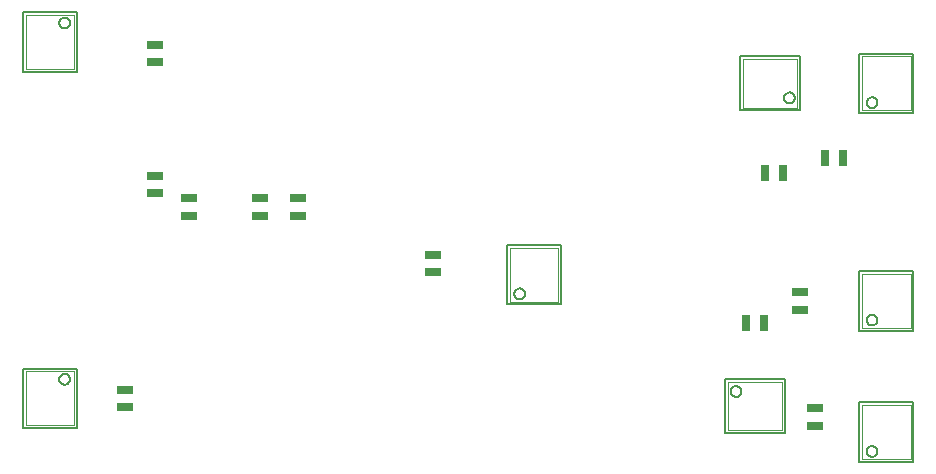
<source format=gbo>
G75*
%MOIN*%
%OFA0B0*%
%FSLAX24Y24*%
%IPPOS*%
%LPD*%
%AMOC8*
5,1,8,0,0,1.08239X$1,22.5*
%
%ADD10R,0.0551X0.0256*%
%ADD11R,0.0256X0.0551*%
%ADD12C,0.0060*%
%ADD13C,0.0020*%
D10*
X010082Y006267D03*
X010082Y006847D03*
X012207Y012642D03*
X012207Y013222D03*
X011082Y013392D03*
X011082Y013972D03*
X014584Y013218D03*
X014584Y012638D03*
X015834Y012638D03*
X015834Y013218D03*
X020334Y011343D03*
X020334Y010763D03*
X011082Y017767D03*
X011082Y018347D03*
X032584Y010093D03*
X032584Y009513D03*
X033084Y006218D03*
X033084Y005638D03*
D11*
X031371Y009054D03*
X030791Y009054D03*
X031420Y014056D03*
X032000Y014056D03*
X033420Y014556D03*
X034000Y014556D03*
D12*
X006684Y007545D02*
X006684Y005565D01*
X008482Y005565D01*
X008482Y007545D01*
X006684Y007545D01*
X007883Y007195D02*
X007885Y007221D01*
X007891Y007247D01*
X007900Y007271D01*
X007913Y007294D01*
X007929Y007315D01*
X007948Y007333D01*
X007969Y007349D01*
X007993Y007361D01*
X008017Y007369D01*
X008043Y007374D01*
X008070Y007375D01*
X008096Y007372D01*
X008121Y007365D01*
X008145Y007355D01*
X008168Y007341D01*
X008188Y007325D01*
X008205Y007305D01*
X008220Y007283D01*
X008231Y007259D01*
X008239Y007234D01*
X008243Y007208D01*
X008243Y007182D01*
X008239Y007156D01*
X008231Y007131D01*
X008220Y007107D01*
X008205Y007085D01*
X008188Y007065D01*
X008168Y007049D01*
X008145Y007035D01*
X008121Y007025D01*
X008096Y007018D01*
X008070Y007015D01*
X008043Y007016D01*
X008017Y007021D01*
X007993Y007029D01*
X007969Y007041D01*
X007948Y007057D01*
X007929Y007075D01*
X007913Y007096D01*
X007900Y007119D01*
X007891Y007143D01*
X007885Y007169D01*
X007883Y007195D01*
X022809Y009690D02*
X024607Y009690D01*
X024607Y011670D01*
X022809Y011670D01*
X022809Y009690D01*
X023048Y010040D02*
X023050Y010066D01*
X023056Y010092D01*
X023065Y010116D01*
X023078Y010139D01*
X023094Y010160D01*
X023113Y010178D01*
X023134Y010194D01*
X023158Y010206D01*
X023182Y010214D01*
X023208Y010219D01*
X023235Y010220D01*
X023261Y010217D01*
X023286Y010210D01*
X023310Y010200D01*
X023333Y010186D01*
X023353Y010170D01*
X023370Y010150D01*
X023385Y010128D01*
X023396Y010104D01*
X023404Y010079D01*
X023408Y010053D01*
X023408Y010027D01*
X023404Y010001D01*
X023396Y009976D01*
X023385Y009952D01*
X023370Y009930D01*
X023353Y009910D01*
X023333Y009894D01*
X023310Y009880D01*
X023286Y009870D01*
X023261Y009863D01*
X023235Y009860D01*
X023208Y009861D01*
X023182Y009866D01*
X023158Y009874D01*
X023134Y009886D01*
X023113Y009902D01*
X023094Y009920D01*
X023078Y009941D01*
X023065Y009964D01*
X023056Y009988D01*
X023050Y010014D01*
X023048Y010040D01*
X030093Y007204D02*
X030093Y005406D01*
X032073Y005406D01*
X032073Y007204D01*
X030093Y007204D01*
X030263Y006785D02*
X030265Y006811D01*
X030271Y006837D01*
X030280Y006861D01*
X030293Y006884D01*
X030309Y006905D01*
X030328Y006923D01*
X030349Y006939D01*
X030373Y006951D01*
X030397Y006959D01*
X030423Y006964D01*
X030450Y006965D01*
X030476Y006962D01*
X030501Y006955D01*
X030525Y006945D01*
X030548Y006931D01*
X030568Y006915D01*
X030585Y006895D01*
X030600Y006873D01*
X030611Y006849D01*
X030619Y006824D01*
X030623Y006798D01*
X030623Y006772D01*
X030619Y006746D01*
X030611Y006721D01*
X030600Y006697D01*
X030585Y006675D01*
X030568Y006655D01*
X030548Y006639D01*
X030525Y006625D01*
X030501Y006615D01*
X030476Y006608D01*
X030450Y006605D01*
X030423Y006606D01*
X030397Y006611D01*
X030373Y006619D01*
X030349Y006631D01*
X030328Y006647D01*
X030309Y006665D01*
X030293Y006686D01*
X030280Y006709D01*
X030271Y006733D01*
X030265Y006759D01*
X030263Y006785D01*
X034559Y006420D02*
X034559Y004440D01*
X036357Y004440D01*
X036357Y006420D01*
X034559Y006420D01*
X034798Y004790D02*
X034800Y004816D01*
X034806Y004842D01*
X034815Y004866D01*
X034828Y004889D01*
X034844Y004910D01*
X034863Y004928D01*
X034884Y004944D01*
X034908Y004956D01*
X034932Y004964D01*
X034958Y004969D01*
X034985Y004970D01*
X035011Y004967D01*
X035036Y004960D01*
X035060Y004950D01*
X035083Y004936D01*
X035103Y004920D01*
X035120Y004900D01*
X035135Y004878D01*
X035146Y004854D01*
X035154Y004829D01*
X035158Y004803D01*
X035158Y004777D01*
X035154Y004751D01*
X035146Y004726D01*
X035135Y004702D01*
X035120Y004680D01*
X035103Y004660D01*
X035083Y004644D01*
X035060Y004630D01*
X035036Y004620D01*
X035011Y004613D01*
X034985Y004610D01*
X034958Y004611D01*
X034932Y004616D01*
X034908Y004624D01*
X034884Y004636D01*
X034863Y004652D01*
X034844Y004670D01*
X034828Y004691D01*
X034815Y004714D01*
X034806Y004738D01*
X034800Y004764D01*
X034798Y004790D01*
X034559Y008815D02*
X036357Y008815D01*
X036357Y010795D01*
X034559Y010795D01*
X034559Y008815D01*
X034798Y009165D02*
X034800Y009191D01*
X034806Y009217D01*
X034815Y009241D01*
X034828Y009264D01*
X034844Y009285D01*
X034863Y009303D01*
X034884Y009319D01*
X034908Y009331D01*
X034932Y009339D01*
X034958Y009344D01*
X034985Y009345D01*
X035011Y009342D01*
X035036Y009335D01*
X035060Y009325D01*
X035083Y009311D01*
X035103Y009295D01*
X035120Y009275D01*
X035135Y009253D01*
X035146Y009229D01*
X035154Y009204D01*
X035158Y009178D01*
X035158Y009152D01*
X035154Y009126D01*
X035146Y009101D01*
X035135Y009077D01*
X035120Y009055D01*
X035103Y009035D01*
X035083Y009019D01*
X035060Y009005D01*
X035036Y008995D01*
X035011Y008988D01*
X034985Y008985D01*
X034958Y008986D01*
X034932Y008991D01*
X034908Y008999D01*
X034884Y009011D01*
X034863Y009027D01*
X034844Y009045D01*
X034828Y009066D01*
X034815Y009089D01*
X034806Y009113D01*
X034800Y009139D01*
X034798Y009165D01*
X034559Y016065D02*
X036357Y016065D01*
X036357Y018045D01*
X034559Y018045D01*
X034559Y016065D01*
X034798Y016415D02*
X034800Y016441D01*
X034806Y016467D01*
X034815Y016491D01*
X034828Y016514D01*
X034844Y016535D01*
X034863Y016553D01*
X034884Y016569D01*
X034908Y016581D01*
X034932Y016589D01*
X034958Y016594D01*
X034985Y016595D01*
X035011Y016592D01*
X035036Y016585D01*
X035060Y016575D01*
X035083Y016561D01*
X035103Y016545D01*
X035120Y016525D01*
X035135Y016503D01*
X035146Y016479D01*
X035154Y016454D01*
X035158Y016428D01*
X035158Y016402D01*
X035154Y016376D01*
X035146Y016351D01*
X035135Y016327D01*
X035120Y016305D01*
X035103Y016285D01*
X035083Y016269D01*
X035060Y016255D01*
X035036Y016245D01*
X035011Y016238D01*
X034985Y016235D01*
X034958Y016236D01*
X034932Y016241D01*
X034908Y016249D01*
X034884Y016261D01*
X034863Y016277D01*
X034844Y016295D01*
X034828Y016316D01*
X034815Y016339D01*
X034806Y016363D01*
X034800Y016389D01*
X034798Y016415D01*
X032573Y016156D02*
X032573Y017954D01*
X030593Y017954D01*
X030593Y016156D01*
X032573Y016156D01*
X032043Y016575D02*
X032045Y016601D01*
X032051Y016627D01*
X032060Y016651D01*
X032073Y016674D01*
X032089Y016695D01*
X032108Y016713D01*
X032129Y016729D01*
X032153Y016741D01*
X032177Y016749D01*
X032203Y016754D01*
X032230Y016755D01*
X032256Y016752D01*
X032281Y016745D01*
X032305Y016735D01*
X032328Y016721D01*
X032348Y016705D01*
X032365Y016685D01*
X032380Y016663D01*
X032391Y016639D01*
X032399Y016614D01*
X032403Y016588D01*
X032403Y016562D01*
X032399Y016536D01*
X032391Y016511D01*
X032380Y016487D01*
X032365Y016465D01*
X032348Y016445D01*
X032328Y016429D01*
X032305Y016415D01*
X032281Y016405D01*
X032256Y016398D01*
X032230Y016395D01*
X032203Y016396D01*
X032177Y016401D01*
X032153Y016409D01*
X032129Y016421D01*
X032108Y016437D01*
X032089Y016455D01*
X032073Y016476D01*
X032060Y016499D01*
X032051Y016523D01*
X032045Y016549D01*
X032043Y016575D01*
X008482Y017440D02*
X006684Y017440D01*
X006684Y019420D01*
X008482Y019420D01*
X008482Y017440D01*
X007883Y019070D02*
X007885Y019096D01*
X007891Y019122D01*
X007900Y019146D01*
X007913Y019169D01*
X007929Y019190D01*
X007948Y019208D01*
X007969Y019224D01*
X007993Y019236D01*
X008017Y019244D01*
X008043Y019249D01*
X008070Y019250D01*
X008096Y019247D01*
X008121Y019240D01*
X008145Y019230D01*
X008168Y019216D01*
X008188Y019200D01*
X008205Y019180D01*
X008220Y019158D01*
X008231Y019134D01*
X008239Y019109D01*
X008243Y019083D01*
X008243Y019057D01*
X008239Y019031D01*
X008231Y019006D01*
X008220Y018982D01*
X008205Y018960D01*
X008188Y018940D01*
X008168Y018924D01*
X008145Y018910D01*
X008121Y018900D01*
X008096Y018893D01*
X008070Y018890D01*
X008043Y018891D01*
X008017Y018896D01*
X007993Y018904D01*
X007969Y018916D01*
X007948Y018932D01*
X007929Y018950D01*
X007913Y018971D01*
X007900Y018994D01*
X007891Y019018D01*
X007885Y019044D01*
X007883Y019070D01*
D13*
X008392Y019330D02*
X006774Y019330D01*
X006774Y017530D01*
X008392Y017530D01*
X008392Y019330D01*
X022899Y011580D02*
X024517Y011580D01*
X024517Y009780D01*
X022899Y009780D01*
X022899Y011580D01*
X030183Y007114D02*
X030183Y005496D01*
X031983Y005496D01*
X031983Y007114D01*
X030183Y007114D01*
X034649Y006330D02*
X034649Y004530D01*
X036267Y004530D01*
X036267Y006330D01*
X034649Y006330D01*
X034649Y008905D02*
X036267Y008905D01*
X036267Y010705D01*
X034649Y010705D01*
X034649Y008905D01*
X034649Y016155D02*
X036267Y016155D01*
X036267Y017955D01*
X034649Y017955D01*
X034649Y016155D01*
X032483Y016246D02*
X032483Y017864D01*
X030683Y017864D01*
X030683Y016246D01*
X032483Y016246D01*
X008392Y007455D02*
X008392Y005655D01*
X006774Y005655D01*
X006774Y007455D01*
X008392Y007455D01*
M02*

</source>
